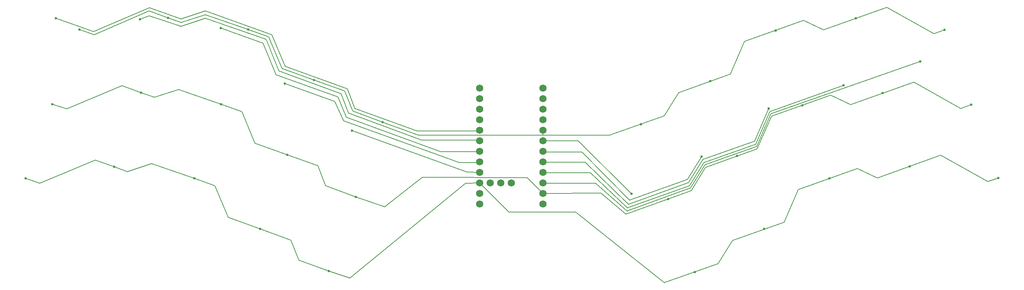
<source format=gbr>
%TF.GenerationSoftware,KiCad,Pcbnew,(5.1.10-1-10_14)*%
%TF.CreationDate,2022-05-14T22:17:57+08:00*%
%TF.ProjectId,k34,6b33342e-6b69-4636-9164-5f7063625858,rev?*%
%TF.SameCoordinates,Original*%
%TF.FileFunction,Copper,L1,Top*%
%TF.FilePolarity,Positive*%
%FSLAX46Y46*%
G04 Gerber Fmt 4.6, Leading zero omitted, Abs format (unit mm)*
G04 Created by KiCad (PCBNEW (5.1.10-1-10_14)) date 2022-05-14 22:17:57*
%MOMM*%
%LPD*%
G01*
G04 APERTURE LIST*
%TA.AperFunction,ComponentPad*%
%ADD10C,1.752600*%
%TD*%
%TA.AperFunction,ViaPad*%
%ADD11C,0.600000*%
%TD*%
%TA.AperFunction,Conductor*%
%ADD12C,0.200000*%
%TD*%
G04 APERTURE END LIST*
D10*
%TO.P,U1,33*%
%TO.N,Net-(U1-Pad33)*%
X139555149Y-83890000D03*
%TO.P,U1,32*%
%TO.N,Net-(U1-Pad32)*%
X137015149Y-83890000D03*
%TO.P,U1,31*%
%TO.N,Net-(U1-Pad31)*%
X134475149Y-83890000D03*
%TO.P,U1,24*%
%TO.N,Net-(U1-Pad24)*%
X147175149Y-61030000D03*
%TO.P,U1,12*%
%TO.N,Net-(U1-Pad12)*%
X131935149Y-88970000D03*
%TO.P,U1,23*%
%TO.N,Net-(U1-Pad23)*%
X147175149Y-63570000D03*
%TO.P,U1,22*%
%TO.N,Net-(U1-Pad22)*%
X147175149Y-66110000D03*
%TO.P,U1,21*%
%TO.N,Net-(U1-Pad21)*%
X147175149Y-68650000D03*
%TO.P,U1,20*%
%TO.N,/row0*%
X147175149Y-71190000D03*
%TO.P,U1,19*%
%TO.N,/col5*%
X147175149Y-73730000D03*
%TO.P,U1,18*%
%TO.N,/col6*%
X147175149Y-76270000D03*
%TO.P,U1,17*%
%TO.N,/col7*%
X147175149Y-78810000D03*
%TO.P,U1,16*%
%TO.N,/col8*%
X147175149Y-81350000D03*
%TO.P,U1,15*%
%TO.N,/col9*%
X147175149Y-83890000D03*
%TO.P,U1,14*%
%TO.N,/row1*%
X147175149Y-86430000D03*
%TO.P,U1,13*%
%TO.N,Net-(U1-Pad13)*%
X147175149Y-88970000D03*
%TO.P,U1,11*%
%TO.N,/row3*%
X131935149Y-86430000D03*
%TO.P,U1,10*%
%TO.N,/row2*%
X131935149Y-83890000D03*
%TO.P,U1,9*%
%TO.N,/col4*%
X131935149Y-81350000D03*
%TO.P,U1,8*%
%TO.N,/col3*%
X131935149Y-78810000D03*
%TO.P,U1,7*%
%TO.N,/col2*%
X131935149Y-76270000D03*
%TO.P,U1,6*%
%TO.N,/col1*%
X131935149Y-73730000D03*
%TO.P,U1,5*%
%TO.N,/col0*%
X131935149Y-71190000D03*
%TO.P,U1,4*%
%TO.N,Net-(U1-Pad4)*%
X131935149Y-68650000D03*
%TO.P,U1,3*%
%TO.N,Net-(U1-Pad3)*%
X131935149Y-66110000D03*
%TO.P,U1,2*%
%TO.N,Net-(U1-Pad2)*%
X131935149Y-63570000D03*
%TO.P,U1,1*%
%TO.N,Net-(U1-Pad1)*%
X131935149Y-61030000D03*
%TD*%
D11*
%TO.N,/row0*%
X187452000Y-59309000D03*
X170815000Y-69723000D03*
X222504000Y-44196000D03*
X203200000Y-47117000D03*
X243840000Y-46990000D03*
X108585000Y-69215000D03*
X92075000Y-59055000D03*
X76200000Y-46863000D03*
X56896000Y-44069000D03*
X35560000Y-46863000D03*
%TO.N,/row1*%
X193929000Y-77343000D03*
X177292000Y-87757000D03*
X228981000Y-62230000D03*
X209677000Y-65151000D03*
X250317000Y-65024000D03*
X29083000Y-64897000D03*
X50419000Y-62103000D03*
X69723000Y-64897000D03*
X102108000Y-87249000D03*
X85598000Y-77089000D03*
%TO.N,/row2*%
X183769000Y-105410000D03*
X200406000Y-94996000D03*
X22606000Y-82804000D03*
X43942000Y-80010000D03*
X63246000Y-82804000D03*
X95631000Y-105156000D03*
X79121000Y-94996000D03*
X256794000Y-82677000D03*
X235458000Y-79883000D03*
X216154000Y-82804000D03*
%TO.N,/col0*%
X29935145Y-44159145D03*
%TO.N,/col1*%
X50130384Y-44415384D03*
%TO.N,/col2*%
X69628392Y-46514392D03*
%TO.N,/col3*%
X85043400Y-59897400D03*
%TO.N,/col4*%
X101222101Y-71250101D03*
%TO.N,/col5*%
X168467828Y-86548172D03*
%TO.N,/col6*%
X185376024Y-77513976D03*
%TO.N,/col7*%
X201528860Y-65933140D03*
%TO.N,/col8*%
X219583000Y-60325000D03*
%TO.N,/col9*%
X237998000Y-54610000D03*
%TD*%
D12*
%TO.N,/row0*%
X65913000Y-43307000D02*
X76200000Y-46863000D01*
X60071000Y-45212000D02*
X65913000Y-43307000D01*
X56896000Y-44069000D02*
X60071000Y-45212000D01*
X84328000Y-56261000D02*
X92075000Y-59055000D01*
X81153000Y-48641000D02*
X84328000Y-56261000D01*
X76200000Y-46863000D02*
X81153000Y-48641000D01*
X101346000Y-66548000D02*
X108585000Y-69215000D01*
X99441000Y-61722000D02*
X101346000Y-66548000D01*
X92075000Y-59055000D02*
X99441000Y-61722000D01*
X147193000Y-72390000D02*
X147175149Y-71190000D01*
X52324000Y-42418000D02*
X56896000Y-44069000D01*
X39116000Y-48133000D02*
X52324000Y-42418000D01*
X35560000Y-46863000D02*
X39116000Y-48133000D01*
X241300000Y-47879000D02*
X243840000Y-46990000D01*
X229997000Y-41529000D02*
X241300000Y-47879000D01*
X209931000Y-44704000D02*
X214757000Y-46990000D01*
X108585000Y-69215000D02*
X117221000Y-72390000D01*
X214757000Y-46990000D02*
X229997000Y-41529000D01*
X195707000Y-49784000D02*
X209931000Y-44704000D01*
X176403000Y-67691000D02*
X179832000Y-62103000D01*
X192278000Y-57658000D02*
X195707000Y-49784000D01*
X179832000Y-62103000D02*
X192278000Y-57658000D01*
X163449000Y-72263000D02*
X176403000Y-67691000D01*
X163322000Y-72390000D02*
X163449000Y-72263000D01*
X117221000Y-72390000D02*
X163322000Y-72390000D01*
%TO.N,/row1*%
X85598000Y-77089000D02*
X92964000Y-79756000D01*
X92964000Y-79756000D02*
X94869000Y-84582000D01*
X94869000Y-84582000D02*
X102108000Y-87249000D01*
X59436000Y-61341000D02*
X69723000Y-64897000D01*
X53594000Y-63246000D02*
X59436000Y-61341000D01*
X50419000Y-62103000D02*
X53594000Y-63246000D01*
X45847000Y-60452000D02*
X50419000Y-62103000D01*
X29083000Y-64897000D02*
X32512000Y-66040000D01*
X32512000Y-66040000D02*
X45847000Y-60452000D01*
X74676000Y-66675000D02*
X77851000Y-74295000D01*
X77851000Y-74295000D02*
X85598000Y-77089000D01*
X69723000Y-64897000D02*
X74676000Y-66675000D01*
X143383000Y-82637851D02*
X147175149Y-86430000D01*
X118110000Y-82550000D02*
X143383000Y-82637851D01*
X109093000Y-89662000D02*
X118110000Y-82550000D01*
X102108000Y-87249000D02*
X109093000Y-89662000D01*
X161163000Y-86360000D02*
X147175149Y-86430000D01*
X186309000Y-80137000D02*
X182880000Y-85725000D01*
X202184000Y-67818000D02*
X198755000Y-75692000D01*
X182880000Y-85725000D02*
X167132000Y-91440000D01*
X216408000Y-62738000D02*
X202184000Y-67818000D01*
X247777000Y-65913000D02*
X236474000Y-59563000D01*
X221234000Y-65024000D02*
X216408000Y-62738000D01*
X198755000Y-75692000D02*
X186309000Y-80137000D01*
X236474000Y-59563000D02*
X221234000Y-65024000D01*
X167132000Y-91440000D02*
X161163000Y-86360000D01*
X250317000Y-65024000D02*
X247777000Y-65913000D01*
%TO.N,/row2*%
X79121000Y-94996000D02*
X86487000Y-97663000D01*
X86487000Y-97663000D02*
X88392000Y-102489000D01*
X88392000Y-102489000D02*
X95631000Y-105156000D01*
X52959000Y-79248000D02*
X63246000Y-82804000D01*
X47117000Y-81153000D02*
X52959000Y-79248000D01*
X43942000Y-80010000D02*
X47117000Y-81153000D01*
X39370000Y-78359000D02*
X43942000Y-80010000D01*
X22606000Y-82804000D02*
X26035000Y-83947000D01*
X26035000Y-83947000D02*
X39370000Y-78359000D01*
X68199000Y-84582000D02*
X71374000Y-92202000D01*
X71374000Y-92202000D02*
X79121000Y-94996000D01*
X63246000Y-82804000D02*
X68199000Y-84582000D01*
X128524000Y-83947000D02*
X131935149Y-83890000D01*
X100711000Y-106807000D02*
X128524000Y-83947000D01*
X95631000Y-105156000D02*
X100711000Y-106807000D01*
X176403000Y-107950000D02*
X155067000Y-90932000D01*
X192786000Y-97790000D02*
X189357000Y-103378000D01*
X208661000Y-85471000D02*
X205232000Y-93345000D01*
X227711000Y-82677000D02*
X222885000Y-80391000D01*
X189357000Y-103378000D02*
X176403000Y-107950000D01*
X222885000Y-80391000D02*
X208661000Y-85471000D01*
X205232000Y-93345000D02*
X192786000Y-97790000D01*
X242951000Y-77216000D02*
X227711000Y-82677000D01*
X254254000Y-83566000D02*
X242951000Y-77216000D01*
X256794000Y-82677000D02*
X254254000Y-83566000D01*
X138977149Y-90932000D02*
X131935149Y-83890000D01*
X155067000Y-90932000D02*
X138977149Y-90932000D01*
%TO.N,/col0*%
X101854000Y-65913000D02*
X116840000Y-71374000D01*
X81915000Y-48133000D02*
X85090000Y-55753000D01*
X85090000Y-55753000D02*
X100076000Y-61214000D01*
X52451000Y-41656000D02*
X60071000Y-44323000D01*
X65913000Y-42418000D02*
X81915000Y-48133000D01*
X60071000Y-44323000D02*
X65913000Y-42418000D01*
X100076000Y-61214000D02*
X101854000Y-65913000D01*
X38989000Y-47371000D02*
X52451000Y-41656000D01*
X29935145Y-44159145D02*
X38989000Y-47371000D01*
X131751149Y-71374000D02*
X131935149Y-71190000D01*
X116840000Y-71374000D02*
X131751149Y-71374000D01*
%TO.N,/col1*%
X100330000Y-67056000D02*
X117983000Y-73533000D01*
X98552000Y-62357000D02*
X100330000Y-67056000D01*
X52324000Y-43561000D02*
X60071000Y-46101000D01*
X65913000Y-44196000D02*
X80518000Y-49276000D01*
X60071000Y-46101000D02*
X65913000Y-44196000D01*
X83566000Y-56896000D02*
X98552000Y-62357000D01*
X80518000Y-49276000D02*
X83566000Y-56896000D01*
X50130384Y-44415384D02*
X52324000Y-43561000D01*
X131738149Y-73533000D02*
X131935149Y-73730000D01*
X117983000Y-73533000D02*
X131738149Y-73533000D01*
%TO.N,/col2*%
X99822000Y-68072000D02*
X122555000Y-76327000D01*
X82931000Y-57785000D02*
X97790000Y-63119000D01*
X79756000Y-50165000D02*
X82931000Y-57785000D01*
X97790000Y-63119000D02*
X99822000Y-68072000D01*
X69628392Y-46514392D02*
X79756000Y-50165000D01*
X131878149Y-76327000D02*
X131935149Y-76270000D01*
X122555000Y-76327000D02*
X131878149Y-76327000D01*
%TO.N,/col3*%
X99123500Y-68897500D02*
X127000000Y-78994000D01*
X97028000Y-64262000D02*
X99123500Y-68897500D01*
X85043400Y-59897400D02*
X97028000Y-64262000D01*
X131751149Y-78994000D02*
X131935149Y-78810000D01*
X127000000Y-78994000D02*
X131751149Y-78994000D01*
%TO.N,/col4*%
X128905000Y-81280000D02*
X131935149Y-81350000D01*
X101222101Y-71250101D02*
X128905000Y-81280000D01*
%TO.N,/col5*%
X147372149Y-73533000D02*
X147175149Y-73730000D01*
X155649656Y-73730000D02*
X147175149Y-73730000D01*
X168467828Y-86548172D02*
X155649656Y-73730000D01*
%TO.N,/col6*%
X168021000Y-88011000D02*
X156591000Y-76454000D01*
X181991000Y-83058000D02*
X168021000Y-88011000D01*
X185420000Y-77470000D02*
X181991000Y-83058000D01*
X147359149Y-76454000D02*
X147175149Y-76270000D01*
X156591000Y-76454000D02*
X147359149Y-76454000D01*
%TO.N,/col7*%
X167767000Y-89027000D02*
X157353000Y-78867000D01*
X182245000Y-83820000D02*
X167767000Y-89027000D01*
X185674000Y-78232000D02*
X182245000Y-83820000D01*
X198120000Y-73787000D02*
X185674000Y-78232000D01*
X201549000Y-65913000D02*
X198120000Y-73787000D01*
X147232149Y-78867000D02*
X147175149Y-78810000D01*
X157353000Y-78867000D02*
X147232149Y-78867000D01*
%TO.N,/col8*%
X167513000Y-89916000D02*
X158623000Y-81407000D01*
X219583000Y-60325000D02*
X201803000Y-66675000D01*
X198374000Y-74549000D02*
X185928000Y-78994000D01*
X182499000Y-84582000D02*
X167513000Y-89916000D01*
X185928000Y-78994000D02*
X182499000Y-84582000D01*
X201803000Y-66675000D02*
X198374000Y-74549000D01*
X147232149Y-81407000D02*
X147175149Y-81350000D01*
X158623000Y-81407000D02*
X147232149Y-81407000D01*
%TO.N,/col9*%
X167386000Y-90678000D02*
X159893000Y-83947000D01*
X182753000Y-85090000D02*
X167386000Y-90678000D01*
X202057000Y-67183000D02*
X198628000Y-75057000D01*
X186182000Y-79502000D02*
X182753000Y-85090000D01*
X198628000Y-75057000D02*
X186182000Y-79502000D01*
X237998000Y-54610000D02*
X202057000Y-67183000D01*
X147232149Y-83947000D02*
X147175149Y-83890000D01*
X159893000Y-83947000D02*
X147232149Y-83947000D01*
%TD*%
M02*

</source>
